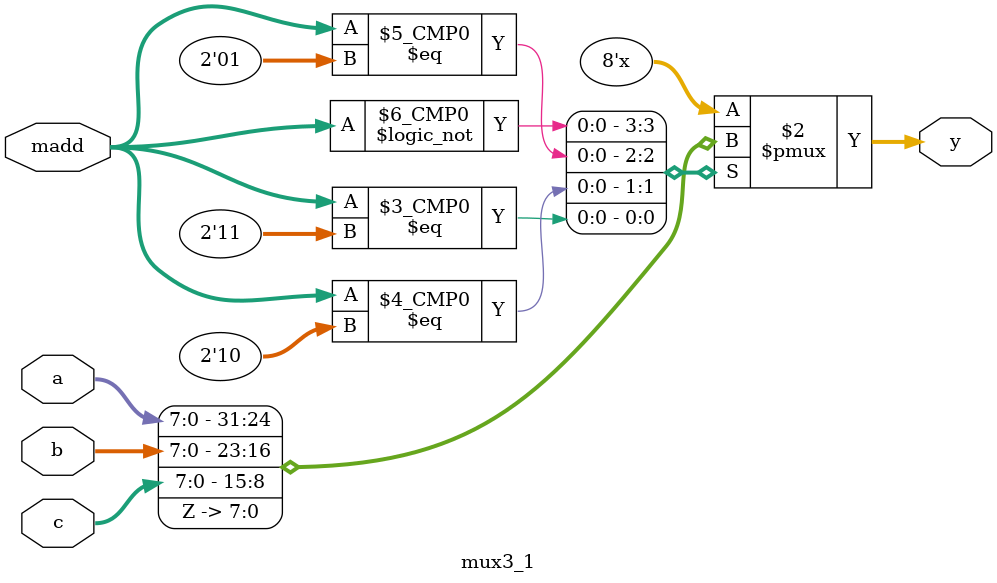
<source format=v>
module mux3_1(a,b,c,madd,y);
	input [7:0] a;
	input [7:0] b;
	input [7:0] c;
    input [1:0] madd;
	output [7:0] y;
	reg [7:0] y;
	always@(*)
	begin
    case (madd)
      2'b00:y=a;
      2'b01:y=b;
      2'b10:y=c;
      2'b11:y=8'hZZ;
      default: ;
    endcase
  end
	
endmodule
</source>
